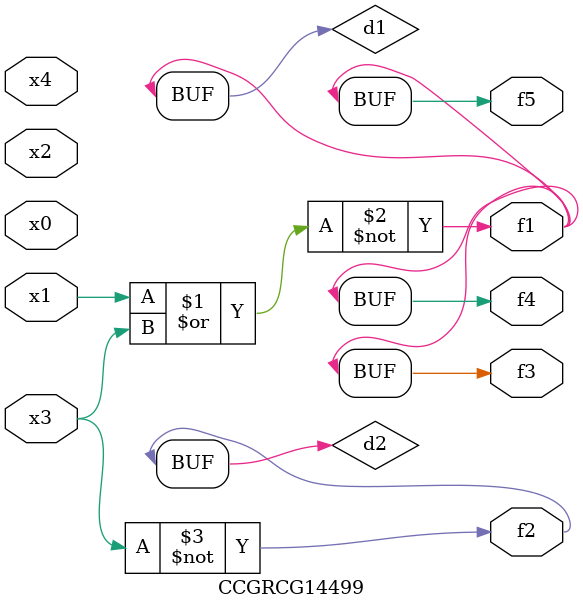
<source format=v>
module CCGRCG14499(
	input x0, x1, x2, x3, x4,
	output f1, f2, f3, f4, f5
);

	wire d1, d2;

	nor (d1, x1, x3);
	not (d2, x3);
	assign f1 = d1;
	assign f2 = d2;
	assign f3 = d1;
	assign f4 = d1;
	assign f5 = d1;
endmodule

</source>
